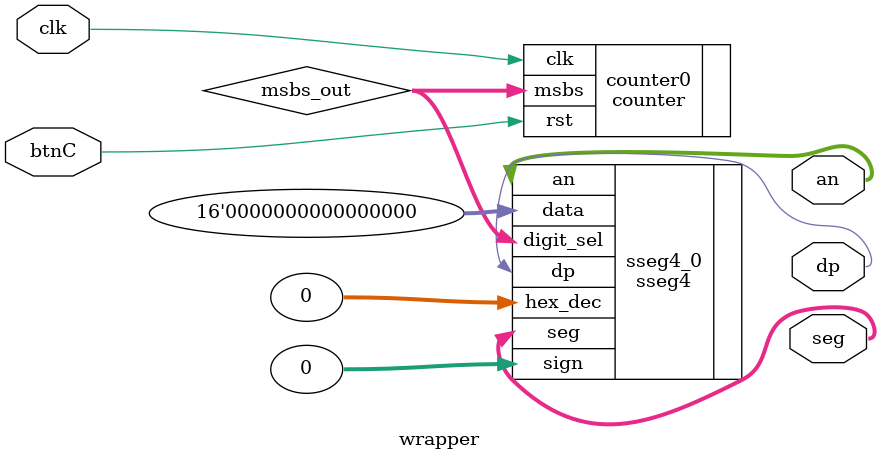
<source format=sv>
`timescale 1ns / 1ps


module wrapper(
    input clk,
    input btnC,
    output [6:0] seg,
    output dp,
    output [3:0] an
    );
    
    wire [1:0] msbs_out;
    
    counter #(.N(20)) counter0 (
       .clk(clk), 
       .rst(btnC), 
       .msbs(msbs_out)
    );
    
    sseg4 sseg4_0 (
       .data(16'b0), 
       .sign(0), 
       .hex_dec(0),
       .digit_sel(msbs_out),
       .seg(seg), 
       .dp(dp), 
       .an(an)
    );
    
endmodule

</source>
